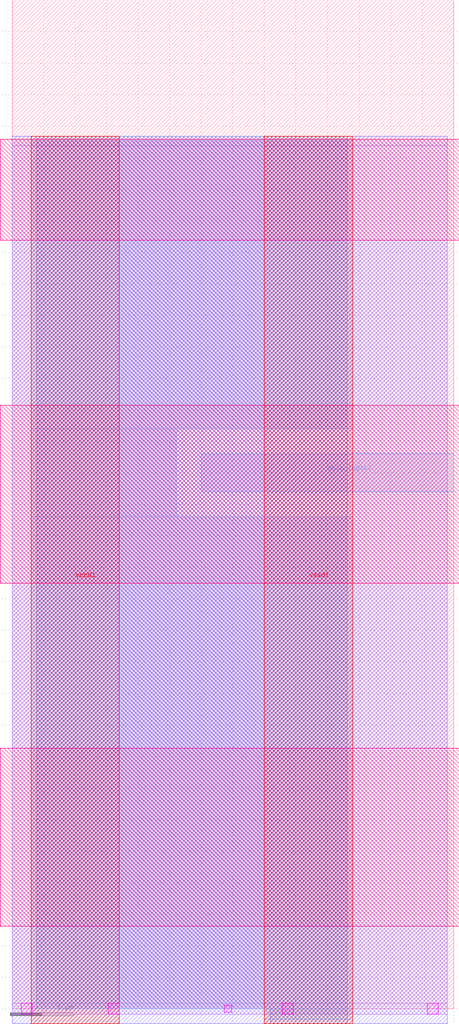
<source format=lef>
VERSION 5.7 ;
  NOWIREEXTENSIONATPIN ON ;
  DIVIDERCHAR "/" ;
  BUSBITCHARS "[]" ;
MACRO gpio_logic_high
  CLASS BLOCK ;
  FOREIGN gpio_logic_high ;
  ORIGIN 0.000 0.000 ;
  SIZE 7.000 BY 16.000 ;
  PIN gpio_logic1
    DIRECTION OUTPUT TRISTATE ;
    USE SIGNAL ;
    PORT
      LAYER met3 ;
        RECT 3.000 8.200 7.000 8.800 ;
    END
  END gpio_logic1
  PIN vccd1
    DIRECTION INPUT ;
    USE POWER ;
    PORT
      LAYER met4 ;
        RECT 0.300 -0.240 1.700 13.840 ;
    END
  END vccd1
  PIN vssd1
    DIRECTION INPUT ;
    USE GROUND ;
    PORT
      LAYER met4 ;
        RECT 4.000 -0.240 5.400 13.840 ;
    END
  END vssd1
  OBS
      LAYER nwell ;
        RECT -0.190 12.185 7.090 13.790 ;
        RECT -0.190 6.745 7.090 9.575 ;
        RECT -0.190 1.305 7.090 4.135 ;
      LAYER pwell ;
        RECT 0.145 -0.085 0.315 0.085 ;
        RECT 1.525 -0.085 1.695 0.085 ;
        RECT 3.360 -0.055 3.480 0.055 ;
        RECT 4.285 -0.085 4.455 0.085 ;
        RECT 6.585 -0.085 6.755 0.085 ;
      LAYER li1 ;
        RECT 0.000 0.085 6.900 13.685 ;
      LAYER li1 ;
        RECT 0.000 -0.085 6.900 0.085 ;
      LAYER met1 ;
        RECT 0.000 -0.240 6.900 13.840 ;
      LAYER met2 ;
        RECT 0.390 0.000 5.310 13.840 ;
        RECT 4.090 -0.240 5.310 0.000 ;
      LAYER met3 ;
        RECT 0.300 9.200 5.400 13.765 ;
        RECT 0.300 7.800 2.600 9.200 ;
        RECT 0.300 0.000 5.400 7.800 ;
        RECT 4.000 -0.165 5.400 0.000 ;
  END
END gpio_logic_high
END LIBRARY


</source>
